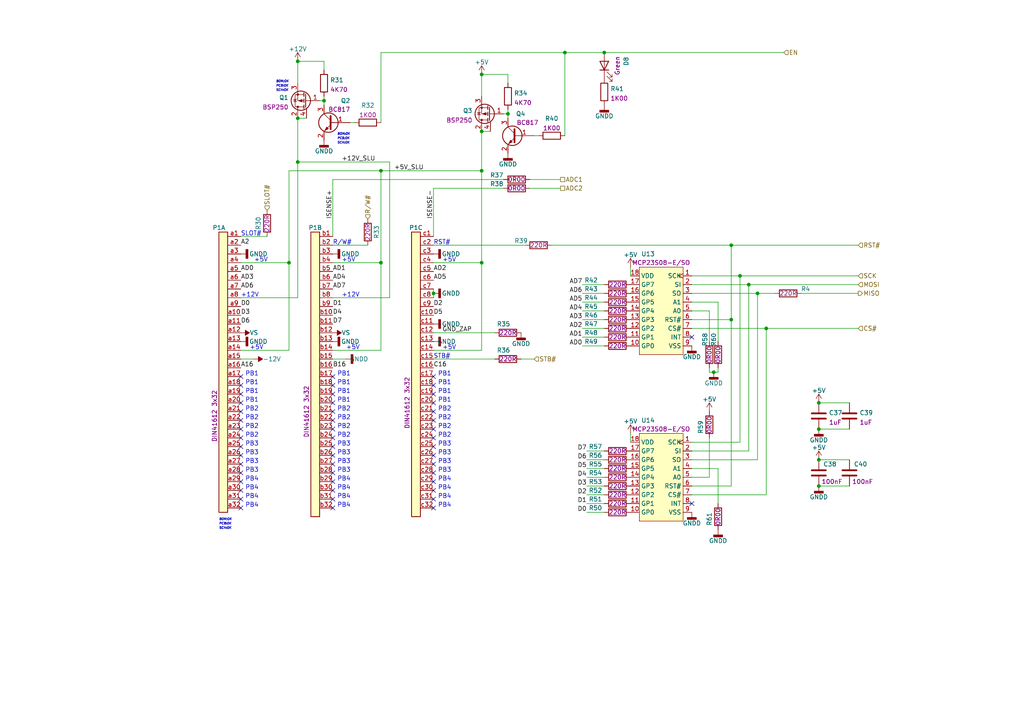
<source format=kicad_sch>
(kicad_sch (version 20211123) (generator eeschema)
  (paper "A4")
  (title_block (date "2022-03-07") (rev "V00") (company "Konvolúció Bt") (comment 1 "email: marrob50hz@gmail.com") (comment 2 "Tel: +36702776723") (comment 3 "https://github.com/marrob") (comment 4 "Support: "))
  (junction (at 110.49 49.53))
  (junction (at 139.7 49.53))
  (junction (at 237.49 124.46))
  (junction (at 139.7 21.59))
  (junction (at 110.49 76.2))
  (junction (at 237.49 116.84))
  (junction (at 237.49 133.35))
  (junction (at 214.63 80.01))
  (junction (at 212.09 71.12))
  (junction (at 86.36 46.99))
  (junction (at 217.17 82.55))
  (junction (at 125.73 85.09))
  (junction (at 86.36 17.78))
  (junction (at 212.09 92.71))
  (junction (at 163.83 15.24))
  (junction (at 175.26 15.24))
  (junction (at 222.25 95.25))
  (junction (at 147.32 33.02))
  (junction (at 86.36 34.29))
  (junction (at 207.01 107.95))
  (junction (at 93.98 29.21))
  (junction (at 139.7 76.2))
  (junction (at 237.49 140.97))
  (junction (at 219.71 85.09))
  (junction (at 139.7 38.1))
  (junction (at 83.82 76.2))
  (no_connect (at 125.73 139.7))
  (no_connect (at 69.85 134.62))
  (no_connect (at 96.52 137.16))
  (no_connect (at 69.85 127))
  (no_connect (at 96.52 129.54))
  (no_connect (at 69.85 137.16))
  (no_connect (at 125.73 144.78))
  (no_connect (at 125.73 147.32))
  (no_connect (at 69.85 124.46))
  (no_connect (at 96.52 139.7))
  (no_connect (at 96.52 142.24))
  (no_connect (at 96.52 144.78))
  (no_connect (at 96.52 147.32))
  (no_connect (at 69.85 139.7))
  (no_connect (at 69.85 142.24))
  (no_connect (at 69.85 144.78))
  (no_connect (at 69.85 147.32))
  (no_connect (at 96.52 119.38))
  (no_connect (at 96.52 127))
  (no_connect (at 125.73 127))
  (no_connect (at 125.73 119.38))
  (no_connect (at 125.73 121.92))
  (no_connect (at 125.73 124.46))
  (no_connect (at 69.85 129.54))
  (no_connect (at 69.85 116.84))
  (no_connect (at 69.85 109.22))
  (no_connect (at 69.85 111.76))
  (no_connect (at 69.85 114.3))
  (no_connect (at 96.52 124.46))
  (no_connect (at 96.52 134.62))
  (no_connect (at 200.66 146.05))
  (no_connect (at 200.66 97.79))
  (no_connect (at 125.73 142.24))
  (no_connect (at 96.52 132.08))
  (no_connect (at 96.52 109.22))
  (no_connect (at 96.52 111.76))
  (no_connect (at 96.52 114.3))
  (no_connect (at 96.52 116.84))
  (no_connect (at 69.85 121.92))
  (no_connect (at 69.85 119.38))
  (no_connect (at 96.52 121.92))
  (no_connect (at 69.85 132.08))
  (no_connect (at 125.73 109.22))
  (no_connect (at 125.73 111.76))
  (no_connect (at 125.73 114.3))
  (no_connect (at 125.73 116.84))
  (no_connect (at 125.73 134.62))
  (no_connect (at 125.73 137.16))
  (no_connect (at 125.73 132.08))
  (no_connect (at 125.73 129.54))
  (wire (pts (xy 222.25 95.25) (xy 248.92 95.25)))
  (wire (pts (xy 219.71 133.35) (xy 219.71 85.09)))
  (wire (pts (xy 222.25 143.51) (xy 222.25 95.25)))
  (wire (pts (xy 139.7 38.1) (xy 142.24 38.1)))
  (wire (pts (xy 170.18 140.97) (xy 175.26 140.97)))
  (wire (pts (xy 162.56 52.07) (xy 153.67 52.07)))
  (wire (pts (xy 96.52 71.12) (xy 106.68 71.12)))
  (wire (pts (xy 154.94 39.37) (xy 156.21 39.37)))
  (wire (pts (xy 139.7 49.53) (xy 139.7 76.2)))
  (wire (pts (xy 69.85 76.2) (xy 83.82 76.2)))
  (wire (pts (xy 200.66 140.97) (xy 212.09 140.97)))
  (wire (pts (xy 217.17 130.81) (xy 217.17 82.55)))
  (wire (pts (xy 212.09 71.12) (xy 212.09 92.71)))
  (wire (pts (xy 110.49 15.24) (xy 163.83 15.24)))
  (wire (pts (xy 86.36 34.29) (xy 86.36 46.99)))
  (wire (pts (xy 96.52 52.07) (xy 146.05 52.07)))
  (wire (pts (xy 208.28 107.95) (xy 208.28 106.68)))
  (wire (pts (xy 200.66 133.35) (xy 219.71 133.35)))
  (wire (pts (xy 125.73 96.52) (xy 143.51 96.52)))
  (wire (pts (xy 96.52 101.6) (xy 110.49 101.6)))
  (wire (pts (xy 207.01 107.95) (xy 205.74 107.95)))
  (wire (pts (xy 168.91 87.63) (xy 175.26 87.63)))
  (wire (pts (xy 168.91 100.33) (xy 175.26 100.33)))
  (wire (pts (xy 96.52 76.2) (xy 110.49 76.2)))
  (wire (pts (xy 168.91 82.55) (xy 175.26 82.55)))
  (wire (pts (xy 237.49 133.35) (xy 246.38 133.35)))
  (wire (pts (xy 113.03 46.99) (xy 86.36 46.99)))
  (wire (pts (xy 147.32 31.75) (xy 147.32 33.02)))
  (wire (pts (xy 147.32 33.02) (xy 147.32 34.29)))
  (wire (pts (xy 214.63 80.01) (xy 248.92 80.01)))
  (wire (pts (xy 101.6 35.56) (xy 102.87 35.56)))
  (wire (pts (xy 93.98 17.78) (xy 93.98 20.32)))
  (wire (pts (xy 147.32 21.59) (xy 147.32 24.13)))
  (wire (pts (xy 205.74 90.17) (xy 205.74 99.06)))
  (wire (pts (xy 205.74 127) (xy 205.74 138.43)))
  (wire (pts (xy 168.91 85.09) (xy 175.26 85.09)))
  (wire (pts (xy 139.7 101.6) (xy 139.7 76.2)))
  (wire (pts (xy 200.66 130.81) (xy 217.17 130.81)))
  (wire (pts (xy 125.73 83.82) (xy 125.73 85.09)))
  (wire (pts (xy 232.41 85.09) (xy 248.92 85.09)))
  (wire (pts (xy 237.49 140.97) (xy 246.38 140.97)))
  (wire (pts (xy 200.66 90.17) (xy 205.74 90.17)))
  (wire (pts (xy 125.73 68.58) (xy 125.73 54.61)))
  (wire (pts (xy 217.17 82.55) (xy 248.92 82.55)))
  (wire (pts (xy 125.73 71.12) (xy 152.4 71.12)))
  (wire (pts (xy 168.91 97.79) (xy 175.26 97.79)))
  (wire (pts (xy 170.18 146.05) (xy 175.26 146.05)))
  (wire (pts (xy 93.98 29.21) (xy 93.98 30.48)))
  (wire (pts (xy 208.28 87.63) (xy 208.28 99.06)))
  (wire (pts (xy 151.13 104.14) (xy 154.94 104.14)))
  (wire (pts (xy 200.66 143.51) (xy 222.25 143.51)))
  (wire (pts (xy 83.82 101.6) (xy 83.82 76.2)))
  (wire (pts (xy 200.66 87.63) (xy 208.28 87.63)))
  (wire (pts (xy 175.26 15.24) (xy 227.33 15.24)))
  (wire (pts (xy 200.66 82.55) (xy 217.17 82.55)))
  (wire (pts (xy 113.03 86.36) (xy 113.03 46.99)))
  (wire (pts (xy 163.83 15.24) (xy 175.26 15.24)))
  (wire (pts (xy 170.18 130.81) (xy 175.26 130.81)))
  (wire (pts (xy 92.71 29.21) (xy 93.98 29.21)))
  (wire (pts (xy 200.66 128.27) (xy 214.63 128.27)))
  (wire (pts (xy 237.49 116.84) (xy 246.38 116.84)))
  (wire (pts (xy 86.36 34.29) (xy 88.9 34.29)))
  (wire (pts (xy 212.09 140.97) (xy 212.09 92.71)))
  (wire (pts (xy 125.73 54.61) (xy 146.05 54.61)))
  (wire (pts (xy 170.18 148.59) (xy 175.26 148.59)))
  (wire (pts (xy 214.63 128.27) (xy 214.63 80.01)))
  (wire (pts (xy 170.18 135.89) (xy 175.26 135.89)))
  (wire (pts (xy 170.18 143.51) (xy 175.26 143.51)))
  (wire (pts (xy 125.73 104.14) (xy 143.51 104.14)))
  (wire (pts (xy 219.71 85.09) (xy 224.79 85.09)))
  (wire (pts (xy 160.02 71.12) (xy 212.09 71.12)))
  (wire (pts (xy 125.73 86.36) (xy 125.73 85.09)))
  (wire (pts (xy 168.91 90.17) (xy 175.26 90.17)))
  (wire (pts (xy 96.52 52.07) (xy 96.52 68.58)))
  (wire (pts (xy 212.09 71.12) (xy 248.92 71.12)))
  (wire (pts (xy 170.18 138.43) (xy 175.26 138.43)))
  (wire (pts (xy 200.66 95.25) (xy 222.25 95.25)))
  (wire (pts (xy 86.36 24.13) (xy 86.36 17.78)))
  (wire (pts (xy 100.33 104.14) (xy 96.52 104.14)))
  (wire (pts (xy 83.82 76.2) (xy 83.82 49.53)))
  (wire (pts (xy 110.49 35.56) (xy 110.49 15.24)))
  (wire (pts (xy 200.66 135.89) (xy 208.28 135.89)))
  (wire (pts (xy 69.85 101.6) (xy 83.82 101.6)))
  (wire (pts (xy 83.82 49.53) (xy 110.49 49.53)))
  (wire (pts (xy 96.52 86.36) (xy 113.03 86.36)))
  (wire (pts (xy 200.66 138.43) (xy 205.74 138.43)))
  (wire (pts (xy 125.73 101.6) (xy 139.7 101.6)))
  (wire (pts (xy 69.85 68.58) (xy 77.47 68.58)))
  (wire (pts (xy 139.7 21.59) (xy 147.32 21.59)))
  (wire (pts (xy 237.49 124.46) (xy 246.38 124.46)))
  (wire (pts (xy 139.7 38.1) (xy 139.7 49.53)))
  (wire (pts (xy 182.88 77.47) (xy 182.88 80.01)))
  (wire (pts (xy 182.88 125.73) (xy 182.88 128.27)))
  (wire (pts (xy 139.7 27.94) (xy 139.7 21.59)))
  (wire (pts (xy 146.05 33.02) (xy 147.32 33.02)))
  (wire (pts (xy 200.66 92.71) (xy 212.09 92.71)))
  (wire (pts (xy 200.66 85.09) (xy 219.71 85.09)))
  (wire (pts (xy 208.28 107.95) (xy 207.01 107.95)))
  (wire (pts (xy 168.91 95.25) (xy 175.26 95.25)))
  (wire (pts (xy 139.7 49.53) (xy 110.49 49.53)))
  (wire (pts (xy 168.91 92.71) (xy 175.26 92.71)))
  (wire (pts (xy 93.98 27.94) (xy 93.98 29.21)))
  (wire (pts (xy 125.73 76.2) (xy 139.7 76.2)))
  (wire (pts (xy 163.83 15.24) (xy 163.83 39.37)))
  (wire (pts (xy 73.66 104.14) (xy 69.85 104.14)))
  (wire (pts (xy 153.67 54.61) (xy 162.56 54.61)))
  (wire (pts (xy 110.49 101.6) (xy 110.49 76.2)))
  (wire (pts (xy 170.18 133.35) (xy 175.26 133.35)))
  (wire (pts (xy 110.49 76.2) (xy 110.49 49.53)))
  (wire (pts (xy 86.36 46.99) (xy 86.36 86.36)))
  (wire (pts (xy 69.85 86.36) (xy 86.36 86.36)))
  (wire (pts (xy 208.28 135.89) (xy 208.28 146.05)))
  (wire (pts (xy 86.36 17.78) (xy 93.98 17.78)))
  (wire (pts (xy 200.66 80.01) (xy 214.63 80.01)))
  (wire (pts (xy 205.74 107.95) (xy 205.74 106.68)))
  (text "PB2" (at 71.12 119.38 0) (effects (font (size 1.27 1.27)) (justify left bottom)))
  (text "PB1" (at 71.12 111.76 0) (effects (font (size 1.27 1.27)) (justify left bottom)))
  (text "PB4" (at 127 139.7 0) (effects (font (size 1.27 1.27)) (justify left bottom)))
  (text "PB1" (at 127 109.22 0) (effects (font (size 1.27 1.27)) (justify left bottom)))
  (text "SCH:OK" (at 63.5 153.67 0) (effects (font (size 0.635 0.635) italic) (justify left bottom)))
  (text "+12V" (at 99.06 86.36 0) (effects (font (size 1.27 1.27)) (justify left bottom)))
  (text "PB2" (at 127 124.46 0) (effects (font (size 1.27 1.27)) (justify left bottom)))
  (text "PB1" (at 97.79 111.76 0) (effects (font (size 1.27 1.27)) (justify left bottom)))
  (text "+5V" (at 73.66 76.2 0) (effects (font (size 1.27 1.27)) (justify left bottom)))
  (text "PB3" (at 127 134.62 0) (effects (font (size 1.27 1.27)) (justify left bottom)))
  (text "PB1" (at 71.12 109.22 0) (effects (font (size 1.27 1.27)) (justify left bottom)))
  (text "PB4" (at 127 147.32 0) (effects (font (size 1.27 1.27)) (justify left bottom)))
  (text "PB3" (at 127 129.54 0) (effects (font (size 1.27 1.27)) (justify left bottom)))
  (text "PB3" (at 97.79 129.54 0) (effects (font (size 1.27 1.27)) (justify left bottom)))
  (text "PB4" (at 97.79 139.7 0) (effects (font (size 1.27 1.27)) (justify left bottom)))
  (text "RST#" (at 125.73 71.12 0) (effects (font (size 1.27 1.27)) (justify left bottom)))
  (text "PB4" (at 127 142.24 0) (effects (font (size 1.27 1.27)) (justify left bottom)))
  (text "PB2" (at 97.79 119.38 0) (effects (font (size 1.27 1.27)) (justify left bottom)))
  (text "PB4" (at 97.79 142.24 0) (effects (font (size 1.27 1.27)) (justify left bottom)))
  (text "BOM:OK" (at 63.5 151.13 0) (effects (font (size 0.635 0.635) italic) (justify left bottom)))
  (text "PB2" (at 127 121.92 0) (effects (font (size 1.27 1.27)) (justify left bottom)))
  (text "PB1" (at 71.12 116.84 0) (effects (font (size 1.27 1.27)) (justify left bottom)))
  (text "PB3" (at 71.12 132.08 0) (effects (font (size 1.27 1.27)) (justify left bottom)))
  (text "PB4" (at 71.12 142.24 0) (effects (font (size 1.27 1.27)) (justify left bottom)))
  (text "BOM:OK" (at 97.79 39.37 0) (effects (font (size 0.635 0.635) italic) (justify left bottom)))
  (text "PB2" (at 97.79 121.92 0) (effects (font (size 1.27 1.27)) (justify left bottom)))
  (text "+5V" (at 128.27 76.2 0) (effects (font (size 1.27 1.27)) (justify left bottom)))
  (text "PB2" (at 127 119.38 0) (effects (font (size 1.27 1.27)) (justify left bottom)))
  (text "+5V" (at 128.27 101.6 0) (effects (font (size 1.27 1.27)) (justify left bottom)))
  (text "PCB:OK" (at 97.79 40.64 0) (effects (font (size 0.635 0.635) italic) (justify left bottom)))
  (text "PB4" (at 97.79 144.78 0) (effects (font (size 1.27 1.27)) (justify left bottom)))
  (text "PB4" (at 97.79 147.32 0) (effects (font (size 1.27 1.27)) (justify left bottom)))
  (text "PB3" (at 97.79 137.16 0) (effects (font (size 1.27 1.27)) (justify left bottom)))
  (text "SCH:OK" (at 80.01 26.67 0) (effects (font (size 0.635 0.635) italic) (justify left bottom)))
  (text "PB3" (at 127 137.16 0) (effects (font (size 1.27 1.27)) (justify left bottom)))
  (text "PCB:OK" (at 63.5 152.4 0) (effects (font (size 0.635 0.635) italic) (justify left bottom)))
  (text "PB4" (at 71.12 139.7 0) (effects (font (size 1.27 1.27)) (justify left bottom)))
  (text "PB2" (at 97.79 127 0) (effects (font (size 1.27 1.27)) (justify left bottom)))
  (text "SCH:OK" (at 97.79 41.91 0) (effects (font (size 0.635 0.635) italic) (justify left bottom)))
  (text "+5V" (at 99.06 76.2 0) (effects (font (size 1.27 1.27)) (justify left bottom)))
  (text "+12V" (at 69.85 86.36 0) (effects (font (size 1.27 1.27)) (justify left bottom)))
  (text "PB3" (at 127 132.08 0) (effects (font (size 1.27 1.27)) (justify left bottom)))
  (text "PCB:OK" (at 80.01 25.4 0) (effects (font (size 0.635 0.635) italic) (justify left bottom)))
  (text "PB4" (at 127 144.78 0) (effects (font (size 1.27 1.27)) (justify left bottom)))
  (text "PB1" (at 127 116.84 0) (effects (font (size 1.27 1.27)) (justify left bottom)))
  (text "PB1" (at 127 114.3 0) (effects (font (size 1.27 1.27)) (justify left bottom)))
  (text "PB2" (at 97.79 124.46 0) (effects (font (size 1.27 1.27)) (justify left bottom)))
  (text "PB3" (at 97.79 132.08 0) (effects (font (size 1.27 1.27)) (justify left bottom)))
  (text "PB1" (at 97.79 116.84 0) (effects (font (size 1.27 1.27)) (justify left bottom)))
  (text "R/W#" (at 96.52 71.12 0) (effects (font (size 1.27 1.27)) (justify left bottom)))
  (text "+5V" (at 100.33 101.6 0) (effects (font (size 1.27 1.27)) (justify left bottom)))
  (text "PB4" (at 71.12 144.78 0) (effects (font (size 1.27 1.27)) (justify left bottom)))
  (text "PB1" (at 127 111.76 0) (effects (font (size 1.27 1.27)) (justify left bottom)))
  (text "PB3" (at 97.79 134.62 0) (effects (font (size 1.27 1.27)) (justify left bottom)))
  (text "PB2" (at 127 127 0) (effects (font (size 1.27 1.27)) (justify left bottom)))
  (text "PB1" (at 97.79 109.22 0) (effects (font (size 1.27 1.27)) (justify left bottom)))
  (text "PB1" (at 71.12 114.3 0) (effects (font (size 1.27 1.27)) (justify left bottom)))
  (text "+5V" (at 72.39 101.6 0) (effects (font (size 1.27 1.27)) (justify left bottom)))
  (text "SLOT#" (at 69.85 68.58 0) (effects (font (size 1.27 1.27)) (justify left bottom)))
  (text "PB2" (at 71.12 121.92 0) (effects (font (size 1.27 1.27)) (justify left bottom)))
  (text "PB2" (at 71.12 127 0) (effects (font (size 1.27 1.27)) (justify left bottom)))
  (text "PB3" (at 71.12 129.54 0) (effects (font (size 1.27 1.27)) (justify left bottom)))
  (text "PB1" (at 97.79 114.3 0) (effects (font (size 1.27 1.27)) (justify left bottom)))
  (text "STB#" (at 125.73 104.14 0) (effects (font (size 1.27 1.27)) (justify left bottom)))
  (text "PB2" (at 71.12 124.46 0) (effects (font (size 1.27 1.27)) (justify left bottom)))
  (text "PB3" (at 71.12 134.62 0) (effects (font (size 1.27 1.27)) (justify left bottom)))
  (text "BOM:OK" (at 80.01 24.13 0) (effects (font (size 0.635 0.635) italic) (justify left bottom)))
  (text "PB3" (at 71.12 137.16 0) (effects (font (size 1.27 1.27)) (justify left bottom)))
  (text "PB4" (at 71.12 147.32 0) (effects (font (size 1.27 1.27)) (justify left bottom)))
  (label "D7" (at 170.18 130.81 180))
  (label "D6" (at 170.18 133.35 180))
  (label "D4" (at 96.52 91.44 0))
  (label "D3" (at 69.85 91.44 0))
  (label "D1" (at 96.52 88.9 0))
  (label "D4" (at 170.18 138.43 180))
  (label "D2" (at 170.18 143.51 180))
  (label "AD3" (at 69.85 81.28 0))
  (label "GND_ZAP" (at 128.27 96.52 0))
  (label "C16" (at 125.73 106.68 0))
  (label "D6" (at 69.85 93.98 0))
  (label "AD3" (at 168.91 92.71 180))
  (label "ISENSE-" (at 125.73 63.5 90))
  (label "AD2" (at 125.73 78.74 0))
  (label "AD6" (at 69.85 83.82 0))
  (label "+5V_SLU" (at 114.3 49.53 0))
  (label "AD7" (at 96.52 83.82 0))
  (label "D5" (at 125.73 91.44 0))
  (label "+12V_SLU" (at 99.06 46.99 0))
  (label "A2" (at 69.85 71.12 0))
  (label "AD6" (at 168.91 85.09 180))
  (label "AD4" (at 168.91 90.17 180))
  (label "AD5" (at 125.73 81.28 0))
  (label "AD1" (at 96.52 78.74 0))
  (label "D0" (at 170.18 148.59 180))
  (label "AD2" (at 168.91 95.25 180))
  (label "D0" (at 69.85 88.9 0))
  (label "A16" (at 69.85 106.68 0))
  (label "AD0" (at 69.85 78.74 0))
  (label "ISENSE+" (at 96.52 63.5 90))
  (label "D2" (at 125.73 88.9 0))
  (label "AD4" (at 96.52 81.28 0))
  (label "D3" (at 170.18 140.97 180))
  (label "AD0" (at 168.91 100.33 180))
  (label "AD7" (at 168.91 82.55 180))
  (label "D1" (at 170.18 146.05 180))
  (label "B16" (at 96.52 106.68 0))
  (label "D7" (at 96.52 93.98 0))
  (label "AD1" (at 168.91 97.79 180))
  (label "AD5" (at 168.91 87.63 180))
  (label "D5" (at 170.18 135.89 180))
  (hierarchical_label "MISO" (shape output) (at 248.92 85.09 0))
  (hierarchical_label "STB#" (shape input) (at 154.94 104.14 0))
  (hierarchical_label "RST#" (shape input) (at 248.92 71.12 0))
  (hierarchical_label "R{slash}W#" (shape input) (at 106.68 63.5 90))
  (hierarchical_label "SLOT#" (shape input) (at 77.47 60.96 90))
  (hierarchical_label "EN" (shape input) (at 227.33 15.24 0))
  (hierarchical_label "MOSI" (shape input) (at 248.92 82.55 0))
  (hierarchical_label "SCK" (shape input) (at 248.92 80.01 0))
  (hierarchical_label "ADC1" (shape passive) (at 162.56 52.07 0))
  (hierarchical_label "CS#" (shape input) (at 248.92 95.25 0))
  (hierarchical_label "ADC2" (shape passive) (at 162.56 54.61 0))
  (symbol (lib_id "CustomPowers:GNDD") (at 200.66 100.33 0) (unit 1)
    (property "Reference" "#PWR0120" (effects hide))
    (property "Value" "GNDD" (at 200.66 103.505 0))
  )
  (symbol (lib_id "Transistors:BSP250") (at 142.24 33.02 180) (unit 1)
    (property "Reference" "Q3" (at 137.0331 32.1115 0) (effects (justify left)))
    (property "Value" "BSP250" (effects hide))
    (property "Footprint" "Semiconductor:SOT-223" (effects hide))
    (property "Datasheet" "${KNV_DATASHEET}\\BSP250.pdf" (effects hide))
    (property "Comment" "BSP250" (at 137.0331 34.8866 0) (effects (justify left)))
    (property "Manufacturer" "Philips" (effects hide))
    (property "ManufacturerPartNo" "BSP250.115" (effects hide))
    (property "Supplier" "TME-BSP250; LOM-86-04-95; FAR-1758086" (effects hide))
  )
  (symbol (lib_id "Passive:Resistor 0805 1K00") (at 106.68 35.56 270) (unit 1)
    (property "Reference" "R32" (at 106.68 30.5775 90))
    (property "Value" "Resistor 0805 1K00" (effects hide))
    (property "Footprint" "Passive:R0805" (effects hide))
    (property "Comment" "1K00" (at 106.68 33.3526 90))
    (property "Manufacturer" "VIKING" (effects hide))
    (property "ManufacturerPartNo" "RC0805FR-101KL;" (effects hide))
    (property "Supplier" "LOM-80-52-91;" (effects hide))
  )
  (symbol (lib_id "Passive:Resistor 0805 1K00") (at 160.02 39.37 270) (unit 1)
    (property "Reference" "R40" (at 160.02 34.3875 90))
    (property "Value" "Resistor 0805 1K00" (effects hide))
    (property "Footprint" "Passive:R0805" (effects hide))
    (property "Comment" "1K00" (at 160.02 37.1626 90))
    (property "Manufacturer" "VIKING" (effects hide))
    (property "ManufacturerPartNo" "RC0805FR-101KL;" (effects hide))
    (property "Supplier" "LOM-80-52-91;" (effects hide))
  )
  (symbol (lib_id "Passive:Resistor 0805 0R00") (at 208.28 149.86 180) (unit 1)
    (property "Reference" "R61" (at 205.74 148.59 90) (effects (justify left)))
    (property "Value" "Resistor 0805 0R00" (effects hide))
    (property "Footprint" "Passive:R0805" (effects hide))
    (property "Comment" "0R00" (at 208.28 147.32 90) (effects (justify left)))
    (property "Manufacturer" "VIKING" (effects hide))
    (property "ManufacturerPartNo" "CR-05JL7----0R 0.125W" (effects hide))
    (property "Supplier" "LOM-81-10-02;" (effects hide))
  )
  (symbol (lib_id "CustomPowers:+5V") (at 205.74 119.38 0) (unit 1)
    (property "Reference" "#PWR0122" (effects hide))
    (property "Value" "+5V" (at 205.74 115.824 0))
  )
  (symbol (lib_id "Passive:Capacitator 0805 100nF 50V 10% X7R") (at 246.38 137.16 0) (unit 1)
    (property "Reference" "C40" (at 247.65 134.62 0) (effects (justify left)))
    (property "Value" "Capacitator 0805 100nF 50V 10% X7R" (effects hide))
    (property "Footprint" "Passive:C0805" (effects hide))
    (property "Comment" "100nF" (at 250.19 139.7 0))
    (property "Manufacturer" "YAGEO" (effects hide))
    (property "ManufacturerPartNo" "CC0805KRX7R9BB104" (effects hide))
    (property "Supplier" "FAR-3019949;LOM-82-01-25" (effects hide))
  )
  (symbol (lib_id "Passive:Resistor 0805 220R") (at 179.07 140.97 90) (unit 1)
    (property "Reference" "R53" (at 172.72 139.7 90))
    (property "Value" "Resistor 0805 220R" (effects hide))
    (property "Footprint" "Passive:R0805" (effects hide))
    (property "Comment" "220R" (at 179.07 140.97 90))
    (property "Manufacturer" "Viking Tech Corp." (effects hide))
    (property "ManufacturerPartNo" "CR-05FL7--220R 0.125W " (effects hide))
    (property "Supplier" "LOM-80-10-78;" (effects hide))
  )
  (symbol (lib_id "Interfaces:MCP23S08-E{slash}SO") (at 193.04 138.43 0) (mirror y) (unit 1)
    (property "Reference" "U14" (at 187.96 121.92 0))
    (property "Value" "MCP23S08-E/SO" (effects hide))
    (property "Footprint" "Semiconductor:SOIC-18W" (effects hide))
    (property "Datasheet" "${KNV_DATASHEET}\\MCP23S08.pdf" (effects hide))
    (property "Manufacturer" "Microchip" (effects hide))
    (property "ManufacturerPartNo" "MCP23S08-E/SO" (effects hide))
    (property "Supplier" "CHP-MCP23S08-E/SO;TME-MCP23S08-E/SO;FAR-1332092;" (effects hide))
    (property "Comment" "MCP23S08-E/SO" (at 191.77 124.46 0))
  )
  (symbol (lib_id "CustomPowers:+5V") (at 182.88 77.47 0) (unit 1)
    (property "Reference" "#PWR0118" (effects hide))
    (property "Value" "+5V" (at 182.88 73.914 0))
  )
  (symbol (lib_id "Passive:Resistor 0805 220R") (at 147.32 96.52 90) (unit 1)
    (property "Reference" "R35" (at 146.05 93.98 90))
    (property "Value" "Resistor 0805 220R" (effects hide))
    (property "Footprint" "Passive:R0805" (effects hide))
    (property "Comment" "220R" (at 147.32 96.52 90))
    (property "Manufacturer" "Viking Tech Corp." (effects hide))
    (property "ManufacturerPartNo" "CR-05FL7--220R 0.125W " (effects hide))
    (property "Supplier" "LOM-80-10-78;" (effects hide))
  )
  (symbol (lib_id "Passive:Resistor 0805 220R") (at 106.68 67.31 180) (unit 1)
    (property "Reference" "R33" (at 109.22 67.31 90))
    (property "Value" "Resistor 0805 220R" (effects hide))
    (property "Footprint" "Passive:R0805" (effects hide))
    (property "Comment" "220R" (at 106.68 67.31 90))
    (property "Manufacturer" "Viking Tech Corp." (effects hide))
    (property "ManufacturerPartNo" "CR-05FL7--220R 0.125W " (effects hide))
    (property "Supplier" "LOM-80-10-78;" (effects hide))
  )
  (symbol (lib_id "Passive:Resistor 0805 220R") (at 179.07 135.89 90) (unit 1)
    (property "Reference" "R55" (at 172.72 134.62 90))
    (property "Value" "Resistor 0805 220R" (effects hide))
    (property "Footprint" "Passive:R0805" (effects hide))
    (property "Comment" "220R" (at 179.07 135.89 90))
    (property "Manufacturer" "Viking Tech Corp." (effects hide))
    (property "ManufacturerPartNo" "CR-05FL7--220R 0.125W " (effects hide))
    (property "Supplier" "LOM-80-10-78;" (effects hide))
  )
  (symbol (lib_id "power:VS") (at 96.52 96.52 270) (unit 1)
    (property "Reference" "#PWR0107" (effects hide))
    (property "Value" "VS" (at 99.06 96.52 90) (effects (justify left)))
  )
  (symbol (lib_id "CustomPowers:+12V") (at 86.36 17.78 0) (unit 1)
    (property "Reference" "#PWR0104" (effects hide))
    (property "Value" "+12V" (at 86.36 14.224 0))
  )
  (symbol (lib_id "Passive:Resistor 0805 220R") (at 228.6 85.09 90) (unit 1)
    (property "Reference" "R4" (at 233.68 83.82 90))
    (property "Value" "Resistor 0805 220R" (effects hide))
    (property "Footprint" "Passive:R0805" (effects hide))
    (property "Comment" "220R" (at 228.6 85.09 90))
    (property "Manufacturer" "Viking Tech Corp." (effects hide))
    (property "ManufacturerPartNo" "CR-05FL7--220R 0.125W " (effects hide))
    (property "Supplier" "LOM-80-10-78;" (effects hide))
  )
  (symbol (lib_id "Connectors:HARTING 09732966801") (at 91.44 106.68 0) (mirror y) (unit 2)
    (property "Reference" "P1" (at 91.44 66.04 0))
    (property "Value" "HARTING 09732966801" (effects hide))
    (property "Footprint" "Connectors:HARTING 09732966801" (effects hide))
    (property "Datasheet" "${KNV_DATASHEET}\\HARTING 09732966801.pdf" (effects hide))
    (property "Comment" "DIN41612 3x32" (at 88.9 119.38 90))
    (property "Manufacturer" "HARTING;" (effects hide))
    (property "ManufacturerPartNo" "09732966801" (effects hide))
    (property "Supplier" "TME-09732966801; FAR-1096942; RSC-470-443;" (effects hide))
  )
  (symbol (lib_id "Passive:Resistor 0805 220R") (at 179.07 87.63 90) (unit 1)
    (property "Reference" "R44" (at 171.45 86.36 90))
    (property "Value" "Resistor 0805 220R" (effects hide))
    (property "Footprint" "Passive:R0805" (effects hide))
    (property "Comment" "220R" (at 179.07 87.63 90))
    (property "Manufacturer" "Viking Tech Corp." (effects hide))
    (property "ManufacturerPartNo" "CR-05FL7--220R 0.125W " (effects hide))
    (property "Supplier" "LOM-80-10-78;" (effects hide))
  )
  (symbol (lib_id "Passive:Resistor 0805 220R") (at 147.32 104.14 90) (unit 1)
    (property "Reference" "R36" (at 146.05 101.6 90))
    (property "Value" "Resistor 0805 220R" (effects hide))
    (property "Footprint" "Passive:R0805" (effects hide))
    (property "Comment" "220R" (at 147.32 104.14 90))
    (property "Manufacturer" "Viking Tech Corp." (effects hide))
    (property "ManufacturerPartNo" "CR-05FL7--220R 0.125W " (effects hide))
    (property "Supplier" "LOM-80-10-78;" (effects hide))
  )
  (symbol (lib_id "CustomPowers:GNDD") (at 69.85 99.06 90) (unit 1)
    (property "Reference" "#PWR0102" (effects hide))
    (property "Value" "GNDD" (at 74.93 99.06 90))
  )
  (symbol (lib_id "LED:0805 Green") (at 175.26 19.05 90) (unit 1)
    (property "Reference" "D8" (at 181.61 17.78 0))
    (property "Value" "0805 Green" (effects hide))
    (property "Footprint" "Passive:LED0805 GRE" (effects hide))
    (property "Comment" "Green" (at 179.07 19.05 0))
    (property "Manufacturer" "KINGBRIGHT;Hongli Tronic;" (effects hide))
    (property "ManufacturerPartNo" "KP-2010SGC" (effects hide))
    (property "Supplier" "TME-KP-2012SGC;FAR-2099239;LOM-95-01-09;LOM-95-04-06;" (effects hide))
  )
  (symbol (lib_id "CustomPowers:GNDD") (at 200.66 148.59 0) (unit 1)
    (property "Reference" "#PWR0121" (effects hide))
    (property "Value" "GNDD" (at 200.66 151.765 0))
  )
  (symbol (lib_id "Passive:Resistor 0805 220R") (at 179.07 82.55 90) (unit 1)
    (property "Reference" "R42" (at 171.45 81.28 90))
    (property "Value" "Resistor 0805 220R" (effects hide))
    (property "Footprint" "Passive:R0805" (effects hide))
    (property "Comment" "220R" (at 179.07 82.55 90))
    (property "Manufacturer" "Viking Tech Corp." (effects hide))
    (property "ManufacturerPartNo" "CR-05FL7--220R 0.125W " (effects hide))
    (property "Supplier" "LOM-80-10-78;" (effects hide))
  )
  (symbol (lib_id "Transistors:BSP250") (at 88.9 29.21 180) (unit 1)
    (property "Reference" "Q1" (at 83.6931 28.3015 0) (effects (justify left)))
    (property "Value" "BSP250" (effects hide))
    (property "Footprint" "Semiconductor:SOT-223" (effects hide))
    (property "Datasheet" "${KNV_DATASHEET}\\BSP250.pdf" (effects hide))
    (property "Comment" "BSP250" (at 83.6931 31.0766 0) (effects (justify left)))
    (property "Manufacturer" "Philips" (effects hide))
    (property "ManufacturerPartNo" "BSP250.115" (effects hide))
    (property "Supplier" "TME-BSP250; LOM-86-04-95; FAR-1758086" (effects hide))
  )
  (symbol (lib_id "CustomPowers:GNDD") (at 125.73 93.98 90) (unit 1)
    (property "Reference" "#PWR0112" (effects hide))
    (property "Value" "GNDD" (at 130.81 93.98 90))
  )
  (symbol (lib_id "CustomPowers:GNDD") (at 96.52 99.06 90) (unit 1)
    (property "Reference" "#PWR0108" (effects hide))
    (property "Value" "GNDD" (at 101.6 99.06 90))
  )
  (symbol (lib_id "CustomPowers:GNDD") (at 237.49 140.97 0) (unit 1)
    (property "Reference" "#PWR0128" (effects hide))
    (property "Value" "GNDD" (at 237.49 144.145 0))
  )
  (symbol (lib_id "Connectors:HARTING 09732966801") (at 120.65 106.68 0) (mirror y) (unit 3)
    (property "Reference" "P1" (at 120.65 66.04 0))
    (property "Value" "HARTING 09732966801" (effects hide))
    (property "Footprint" "Connectors:HARTING 09732966801" (effects hide))
    (property "Datasheet" "${KNV_DATASHEET}\\HARTING 09732966801.pdf" (effects hide))
    (property "Comment" "DIN41612 3x32" (at 118.11 116.84 90))
    (property "Manufacturer" "HARTING;" (effects hide))
    (property "ManufacturerPartNo" "09732966801" (effects hide))
    (property "Supplier" "TME-09732966801; FAR-1096942; RSC-470-443;" (effects hide))
  )
  (symbol (lib_id "Interfaces:MCP23S08-E{slash}SO") (at 193.04 90.17 0) (mirror y) (unit 1)
    (property "Reference" "U13" (at 187.96 73.66 0))
    (property "Value" "MCP23S08-E/SO" (effects hide))
    (property "Footprint" "Semiconductor:SOIC-18W" (effects hide))
    (property "Datasheet" "${KNV_DATASHEET}\\MCP23S08.pdf" (effects hide))
    (property "Manufacturer" "Microchip" (effects hide))
    (property "ManufacturerPartNo" "MCP23S08-E/SO" (effects hide))
    (property "Supplier" "CHP-MCP23S08-E/SO;TME-MCP23S08-E/SO;FAR-1332092;" (effects hide))
    (property "Comment" "MCP23S08-E/SO" (at 191.77 76.2 0))
  )
  (symbol (lib_id "Passive:Resistor 0805 0R00") (at 208.28 102.87 180) (unit 1)
    (property "Reference" "R60" (at 207.01 96.52 90) (effects (justify left)))
    (property "Value" "Resistor 0805 0R00" (effects hide))
    (property "Footprint" "Passive:R0805" (effects hide))
    (property "Comment" "0R00" (at 208.28 100.33 90) (effects (justify left)))
    (property "Manufacturer" "VIKING" (effects hide))
    (property "ManufacturerPartNo" "CR-05JL7----0R 0.125W" (effects hide))
    (property "Supplier" "LOM-81-10-02;" (effects hide))
  )
  (symbol (lib_id "CustomPowers:GNDD") (at 175.26 30.48 0) (unit 1)
    (property "Reference" "#PWR0117" (effects hide))
    (property "Value" "GNDD" (at 175.26 33.655 0))
  )
  (symbol (lib_id "Passive:Capacitator 0805 100nF 50V 10% X7R") (at 237.49 137.16 0) (unit 1)
    (property "Reference" "C38" (at 238.76 134.62 0) (effects (justify left)))
    (property "Value" "Capacitator 0805 100nF 50V 10% X7R" (effects hide))
    (property "Footprint" "Passive:C0805" (effects hide))
    (property "Comment" "100nF" (at 241.3 139.7 0))
    (property "Manufacturer" "YAGEO" (effects hide))
    (property "ManufacturerPartNo" "CC0805KRX7R9BB104" (effects hide))
    (property "Supplier" "FAR-3019949;LOM-82-01-25" (effects hide))
  )
  (symbol (lib_id "Passive:Resistor 0805 220R") (at 179.07 133.35 90) (unit 1)
    (property "Reference" "R56" (at 172.72 132.08 90))
    (property "Value" "Resistor 0805 220R" (effects hide))
    (property "Footprint" "Passive:R0805" (effects hide))
    (property "Comment" "220R" (at 179.07 133.35 90))
    (property "Manufacturer" "Viking Tech Corp." (effects hide))
    (property "ManufacturerPartNo" "CR-05FL7--220R 0.125W " (effects hide))
    (property "Supplier" "LOM-80-10-78;" (effects hide))
  )
  (symbol (lib_id "Passive:Resistor 0805 220R") (at 179.07 148.59 90) (unit 1)
    (property "Reference" "R50" (at 172.72 147.32 90))
    (property "Value" "Resistor 0805 220R" (effects hide))
    (property "Footprint" "Passive:R0805" (effects hide))
    (property "Comment" "220R" (at 179.07 148.59 90))
    (property "Manufacturer" "Viking Tech Corp." (effects hide))
    (property "ManufacturerPartNo" "CR-05FL7--220R 0.125W " (effects hide))
    (property "Supplier" "LOM-80-10-78;" (effects hide))
  )
  (symbol (lib_id "CustomPowers:GNDD") (at 147.32 44.45 0) (unit 1)
    (property "Reference" "#PWR0115" (effects hide))
    (property "Value" "GNDD" (at 147.32 47.625 0))
  )
  (symbol (lib_id "Passive:Resistor 0805 220R") (at 179.07 90.17 90) (unit 1)
    (property "Reference" "R45" (at 171.45 88.9 90))
    (property "Value" "Resistor 0805 220R" (effects hide))
    (property "Footprint" "Passive:R0805" (effects hide))
    (property "Comment" "220R" (at 179.07 90.17 90))
    (property "Manufacturer" "Viking Tech Corp." (effects hide))
    (property "ManufacturerPartNo" "CR-05FL7--220R 0.125W " (effects hide))
    (property "Supplier" "LOM-80-10-78;" (effects hide))
  )
  (symbol (lib_id "CustomPowers:+5V") (at 182.88 125.73 0) (unit 1)
    (property "Reference" "#PWR0119" (effects hide))
    (property "Value" "+5V" (at 182.88 122.174 0))
  )
  (symbol (lib_id "Passive:Resistor 0805 220R") (at 179.07 143.51 90) (unit 1)
    (property "Reference" "R52" (at 172.72 142.24 90))
    (property "Value" "Resistor 0805 220R" (effects hide))
    (property "Footprint" "Passive:R0805" (effects hide))
    (property "Comment" "220R" (at 179.07 143.51 90))
    (property "Manufacturer" "Viking Tech Corp." (effects hide))
    (property "ManufacturerPartNo" "CR-05FL7--220R 0.125W " (effects hide))
    (property "Supplier" "LOM-80-10-78;" (effects hide))
  )
  (symbol (lib_id "Transistors:BC817") (at 96.52 35.56 0) (mirror y) (unit 1)
    (property "Reference" "Q2" (at 101.6 29.21 0) (effects (justify left)))
    (property "Value" "BC817" (effects hide))
    (property "Footprint" "Semiconductor:SOT-23" (effects hide))
    (property "Datasheet" "${KNV_DATASHEET}\\BC817.pdf" (effects hide))
    (property "Comment" "BC817" (at 101.6 31.75 0) (effects (justify left)))
    (property "Manufacturer" "ON Semiconductor" (effects hide))
    (property "ManufacturerPartNo" "BC817-25LT1G" (effects hide))
    (property "Supplier" "LOM-86-01-90;FAR-1130682;RSC-748-4997;TME-BC817-25LT1G" (effects hide))
  )
  (symbol (lib_id "Passive:Resistor 0805 4K70") (at 147.32 27.94 0) (unit 1)
    (property "Reference" "R34" (at 149.098 27.0315 0) (effects (justify left)))
    (property "Value" "Resistor 0805 4K70" (effects hide))
    (property "Footprint" "Passive:R0805" (effects hide))
    (property "Comment" "4K70" (at 149.098 29.8066 0) (effects (justify left)))
    (property "Manufacturer" "VIKING" (effects hide))
    (property "ManufacturerPartNo" "CR-05FL7---4K7 0.125W" (effects hide))
    (property "Supplier" "LOM-80-10-94" (effects hide))
  )
  (symbol (lib_id "Passive:Resistor 0805 220R") (at 77.47 64.77 180) (unit 1)
    (property "Reference" "R30" (at 74.93 64.77 90))
    (property "Value" "Resistor 0805 220R" (effects hide))
    (property "Footprint" "Passive:R0805" (effects hide))
    (property "Comment" "220R" (at 77.47 64.77 90))
    (property "Manufacturer" "Viking Tech Corp." (effects hide))
    (property "ManufacturerPartNo" "CR-05FL7--220R 0.125W " (effects hide))
    (property "Supplier" "LOM-80-10-78;" (effects hide))
  )
  (symbol (lib_id "Passive:Resistor 0805 0R00") (at 205.74 123.19 180) (unit 1)
    (property "Reference" "R59" (at 203.2 121.92 90) (effects (justify left)))
    (property "Value" "Resistor 0805 0R00" (effects hide))
    (property "Footprint" "Passive:R0805" (effects hide))
    (property "Comment" "0R00" (at 205.74 120.65 90) (effects (justify left)))
    (property "Manufacturer" "VIKING" (effects hide))
    (property "ManufacturerPartNo" "CR-05JL7----0R 0.125W" (effects hide))
    (property "Supplier" "LOM-81-10-02;" (effects hide))
  )
  (symbol (lib_id "Passive:Resistor 0805 220R") (at 179.07 85.09 90) (unit 1)
    (property "Reference" "R43" (at 171.45 83.82 90))
    (property "Value" "Resistor 0805 220R" (effects hide))
    (property "Footprint" "Passive:R0805" (effects hide))
    (property "Comment" "220R" (at 179.07 85.09 90))
    (property "Manufacturer" "Viking Tech Corp." (effects hide))
    (property "ManufacturerPartNo" "CR-05FL7--220R 0.125W " (effects hide))
    (property "Supplier" "LOM-80-10-78;" (effects hide))
  )
  (symbol (lib_id "Passive:Resistor 0805 4K70") (at 93.98 24.13 0) (unit 1)
    (property "Reference" "R31" (at 95.758 23.2215 0) (effects (justify left)))
    (property "Value" "Resistor 0805 4K70" (effects hide))
    (property "Footprint" "Passive:R0805" (effects hide))
    (property "Comment" "4K70" (at 95.758 25.9966 0) (effects (justify left)))
    (property "Manufacturer" "VIKING" (effects hide))
    (property "ManufacturerPartNo" "CR-05FL7---4K7 0.125W" (effects hide))
    (property "Supplier" "LOM-80-10-94" (effects hide))
  )
  (symbol (lib_id "CustomPowers:+5V") (at 237.49 133.35 0) (unit 1)
    (property "Reference" "#PWR0127" (effects hide))
    (property "Value" "+5V" (at 237.49 129.794 0))
  )
  (symbol (lib_id "CustomPowers:GNDD") (at 237.49 124.46 0) (unit 1)
    (property "Reference" "#PWR0126" (effects hide))
    (property "Value" "GNDD" (at 237.49 127.635 0))
  )
  (symbol (lib_id "Passive:Resistor 0805 220R") (at 179.07 130.81 90) (unit 1)
    (property "Reference" "R57" (at 172.72 129.54 90))
    (property "Value" "Resistor 0805 220R" (effects hide))
    (property "Footprint" "Passive:R0805" (effects hide))
    (property "Comment" "220R" (at 179.07 130.81 90))
    (property "Manufacturer" "Viking Tech Corp." (effects hide))
    (property "ManufacturerPartNo" "CR-05FL7--220R 0.125W " (effects hide))
    (property "Supplier" "LOM-80-10-78;" (effects hide))
  )
  (symbol (lib_id "CustomPowers:GNDD") (at 125.73 85.09 90) (unit 1)
    (property "Reference" "#PWR0111" (effects hide))
    (property "Value" "GNDD" (at 130.81 85.09 90))
  )
  (symbol (lib_id "Passive:Resistor 0805 1K00") (at 175.26 26.67 0) (unit 1)
    (property "Reference" "R41" (at 177.038 25.7615 0) (effects (justify left)))
    (property "Value" "Resistor 0805 1K00" (effects hide))
    (property "Footprint" "Passive:R0805" (effects hide))
    (property "Comment" "1K00" (at 177.038 28.5366 0) (effects (justify left)))
    (property "Manufacturer" "VIKING" (effects hide))
    (property "ManufacturerPartNo" "RC0805FR-101KL;" (effects hide))
    (property "Supplier" "LOM-80-52-91;" (effects hide))
  )
  (symbol (lib_id "CustomPowers:GNDD") (at 100.33 104.14 90) (unit 1)
    (property "Reference" "#PWR0109" (effects hide))
    (property "Value" "GNDD" (at 104.14 104.14 90))
  )
  (symbol (lib_id "Connectors:HARTING 09732966801") (at 64.77 106.68 0) (mirror y) (unit 1)
    (property "Reference" "P1" (at 63.5 66.04 0))
    (property "Value" "HARTING 09732966801" (effects hide))
    (property "Footprint" "Connectors:HARTING 09732966801" (effects hide))
    (property "Datasheet" "${KNV_DATASHEET}\\HARTING 09732966801.pdf" (effects hide))
    (property "Comment" "DIN41612 3x32" (at 62.23 120.65 90))
    (property "Manufacturer" "HARTING;" (effects hide))
    (property "ManufacturerPartNo" "09732966801" (effects hide))
    (property "Supplier" "TME-09732966801; FAR-1096942; RSC-470-443;" (effects hide))
  )
  (symbol (lib_id "Passive:Resistor 0805 220R") (at 179.07 97.79 90) (unit 1)
    (property "Reference" "R48" (at 171.45 96.52 90))
    (property "Value" "Resistor 0805 220R" (effects hide))
    (property "Footprint" "Passive:R0805" (effects hide))
    (property "Comment" "220R" (at 179.07 97.79 90))
    (property "Manufacturer" "Viking Tech Corp." (effects hide))
    (property "ManufacturerPartNo" "CR-05FL7--220R 0.125W " (effects hide))
    (property "Supplier" "LOM-80-10-78;" (effects hide))
  )
  (symbol (lib_id "CustomPowers:GNDD") (at 96.52 73.66 90) (unit 1)
    (property "Reference" "#PWR0106" (effects hide))
    (property "Value" "GNDD" (at 101.6 73.66 90))
  )
  (symbol (lib_id "CustomPowers:+5V") (at 237.49 116.84 0) (unit 1)
    (property "Reference" "#PWR0125" (effects hide))
    (property "Value" "+5V" (at 237.49 113.284 0))
  )
  (symbol (lib_id "Passive:Capacitator 0805 1uF 16V 10% X7R") (at 237.49 120.65 0) (unit 1)
    (property "Reference" "C37" (at 240.411 119.7415 0) (effects (justify left)))
    (property "Value" "Capacitator 0805 1uF 16V 10% X7R" (effects hide))
    (property "Footprint" "Passive:C0805" (effects hide))
    (property "Comment" "1uF" (at 240.411 122.5166 0) (effects (justify left)))
    (property "Manufacturer" "YAGEO; SAMSUNG;" (effects hide))
    (property "ManufacturerPartNo" "CC0805KKX7R7BB105;CL21B105KBFNNNG;" (effects hide))
    (property "Supplier" "LOM-82-05-11;FAR-2370711;TME-CC0805KKX7R7BB105;" (effects hide))
  )
  (symbol (lib_id "CustomPowers:GNDD") (at 69.85 73.66 90) (unit 1)
    (property "Reference" "#PWR0100" (effects hide))
    (property "Value" "GNDD" (at 74.93 73.66 90))
  )
  (symbol (lib_id "Passive:Resistor 0805 220R") (at 179.07 138.43 90) (unit 1)
    (property "Reference" "R54" (at 172.72 137.16 90))
    (property "Value" "Resistor 0805 220R" (effects hide))
    (property "Footprint" "Passive:R0805" (effects hide))
    (property "Comment" "220R" (at 179.07 138.43 90))
    (property "Manufacturer" "Viking Tech Corp." (effects hide))
    (property "ManufacturerPartNo" "CR-05FL7--220R 0.125W " (effects hide))
    (property "Supplier" "LOM-80-10-78;" (effects hide))
  )
  (symbol (lib_id "Passive:Resistor 0805 220R") (at 179.07 146.05 90) (unit 1)
    (property "Reference" "R51" (at 172.72 144.78 90))
    (property "Value" "Resistor 0805 220R" (effects hide))
    (property "Footprint" "Passive:R0805" (effects hide))
    (property "Comment" "220R" (at 179.07 146.05 90))
    (property "Manufacturer" "Viking Tech Corp." (effects hide))
    (property "ManufacturerPartNo" "CR-05FL7--220R 0.125W " (effects hide))
    (property "Supplier" "LOM-80-10-78;" (effects hide))
  )
  (symbol (lib_id "Passive:Resistor 0805 0R00") (at 149.86 54.61 90) (unit 1)
    (property "Reference" "R38" (at 146.05 53.34 90) (effects (justify left)))
    (property "Value" "Resistor 0805 0R00" (effects hide))
    (property "Footprint" "Passive:R0805" (effects hide))
    (property "Comment" "0R00" (at 152.4 54.61 90) (effects (justify left)))
    (property "Manufacturer" "VIKING" (effects hide))
    (property "ManufacturerPartNo" "CR-05JL7----0R 0.125W" (effects hide))
    (property "Supplier" "LOM-81-10-02;" (effects hide))
  )
  (symbol (lib_id "Passive:Capacitator 0805 1uF 16V 10% X7R") (at 246.38 120.65 0) (unit 1)
    (property "Reference" "C39" (at 249.301 119.7415 0) (effects (justify left)))
    (property "Value" "Capacitator 0805 1uF 16V 10% X7R" (effects hide))
    (property "Footprint" "Passive:C0805" (effects hide))
    (property "Comment" "1uF" (at 249.301 122.5166 0) (effects (justify left)))
    (property "Manufacturer" "YAGEO; SAMSUNG;" (effects hide))
    (property "ManufacturerPartNo" "CC0805KKX7R7BB105;CL21B105KBFNNNG;" (effects hide))
    (property "Supplier" "LOM-82-05-11;FAR-2370711;TME-CC0805KKX7R7BB105;" (effects hide))
  )
  (symbol (lib_id "power:VS") (at 69.85 96.52 270) (unit 1)
    (property "Reference" "#PWR0101" (effects hide))
    (property "Value" "VS" (at 72.39 96.52 90) (effects (justify left)))
  )
  (symbol (lib_id "Passive:Resistor 0805 220R") (at 156.21 71.12 90) (unit 1)
    (property "Reference" "R39" (at 151.13 69.85 90))
    (property "Value" "Resistor 0805 220R" (effects hide))
    (property "Footprint" "Passive:R0805" (effects hide))
    (property "Comment" "220R" (at 156.21 71.12 90))
    (property "Manufacturer" "Viking Tech Corp." (effects hide))
    (property "ManufacturerPartNo" "CR-05FL7--220R 0.125W " (effects hide))
    (property "Supplier" "LOM-80-10-78;" (effects hide))
  )
  (symbol (lib_id "CustomPowers:GNDD") (at 207.01 107.95 0) (unit 1)
    (property "Reference" "#PWR0123" (effects hide))
    (property "Value" "GNDD" (at 207.01 111.125 0))
  )
  (symbol (lib_id "Passive:Resistor 0805 220R") (at 179.07 100.33 90) (unit 1)
    (property "Reference" "R49" (at 171.45 99.06 90))
    (property "Value" "Resistor 0805 220R" (effects hide))
    (property "Footprint" "Passive:R0805" (effects hide))
    (property "Comment" "220R" (at 179.07 100.33 90))
    (property "Manufacturer" "Viking Tech Corp." (effects hide))
    (property "ManufacturerPartNo" "CR-05FL7--220R 0.125W " (effects hide))
    (property "Supplier" "LOM-80-10-78;" (effects hide))
  )
  (symbol (lib_id "CustomPowers:GNDD") (at 125.73 73.66 90) (unit 1)
    (property "Reference" "#PWR0110" (effects hide))
    (property "Value" "GNDD" (at 130.81 73.66 90))
  )
  (symbol (lib_id "Passive:Resistor 0805 0R00") (at 205.74 102.87 180) (unit 1)
    (property "Reference" "R58" (at 204.47 96.52 90) (effects (justify left)))
    (property "Value" "Resistor 0805 0R00" (effects hide))
    (property "Footprint" "Passive:R0805" (effects hide))
    (property "Comment" "0R00" (at 205.74 100.33 90) (effects (justify left)))
    (property "Manufacturer" "VIKING" (effects hide))
    (property "ManufacturerPartNo" "CR-05JL7----0R 0.125W" (effects hide))
    (property "Supplier" "LOM-81-10-02;" (effects hide))
  )
  (symbol (lib_id "Passive:Resistor 0805 220R") (at 179.07 92.71 90) (unit 1)
    (property "Reference" "R46" (at 171.45 91.44 90))
    (property "Value" "Resistor 0805 220R" (effects hide))
    (property "Footprint" "Passive:R0805" (effects hide))
    (property "Comment" "220R" (at 179.07 92.71 90))
    (property "Manufacturer" "Viking Tech Corp." (effects hide))
    (property "ManufacturerPartNo" "CR-05FL7--220R 0.125W " (effects hide))
    (property "Supplier" "LOM-80-10-78;" (effects hide))
  )
  (symbol (lib_id "CustomPowers:GNDD") (at 125.73 99.06 90) (unit 1)
    (property "Reference" "#PWR0113" (effects hide))
    (property "Value" "GNDD" (at 129.54 99.06 90))
  )
  (symbol (lib_id "CustomPowers:GNDD") (at 151.13 96.52 0) (unit 1)
    (property "Reference" "#PWR0116" (effects hide))
    (property "Value" "GNDD" (at 151.13 99.695 0))
  )
  (symbol (lib_id "Transistors:BC817") (at 149.86 39.37 0) (mirror y) (unit 1)
    (property "Reference" "Q4" (at 152.4 33.02 0) (effects (justify left)))
    (property "Value" "BC817" (effects hide))
    (property "Footprint" "Semiconductor:SOT-23" (effects hide))
    (property "Datasheet" "${KNV_DATASHEET}\\BC817.pdf" (effects hide))
    (property "Comment" "BC817" (at 156.21 35.56 0) (effects (justify left)))
    (property "Manufacturer" "ON Semiconductor" (effects hide))
    (property "ManufacturerPartNo" "BC817-25LT1G" (effects hide))
    (property "Supplier" "LOM-86-01-90;FAR-1130682;RSC-748-4997;TME-BC817-25LT1G" (effects hide))
  )
  (symbol (lib_id "CustomPowers:+5V") (at 139.7 21.59 0) (unit 1)
    (property "Reference" "#PWR0114" (effects hide))
    (property "Value" "+5V" (at 139.7 18.034 0))
  )
  (symbol (lib_id "Passive:Resistor 0805 220R") (at 179.07 95.25 90) (unit 1)
    (property "Reference" "R47" (at 171.45 93.98 90))
    (property "Value" "Resistor 0805 220R" (effects hide))
    (property "Footprint" "Passive:R0805" (effects hide))
    (property "Comment" "220R" (at 179.07 95.25 90))
    (property "Manufacturer" "Viking Tech Corp." (effects hide))
    (property "ManufacturerPartNo" "CR-05FL7--220R 0.125W " (effects hide))
    (property "Supplier" "LOM-80-10-78;" (effects hide))
  )
  (symbol (lib_id "CustomPowers:GNDD") (at 93.98 40.64 0) (unit 1)
    (property "Reference" "#PWR0105" (effects hide))
    (property "Value" "GNDD" (at 93.98 43.815 0))
  )
  (symbol (lib_id "power:-12V") (at 73.66 104.14 270) (unit 1)
    (property "Reference" "#PWR0103" (effects hide))
    (property "Value" "-12V" (at 76.2 104.14 90) (effects (justify left)))
  )
  (symbol (lib_id "Passive:Resistor 0805 0R00") (at 149.86 52.07 90) (unit 1)
    (property "Reference" "R37" (at 146.05 50.8 90) (effects (justify left)))
    (property "Value" "Resistor 0805 0R00" (effects hide))
    (property "Footprint" "Passive:R0805" (effects hide))
    (property "Comment" "0R00" (at 152.4 52.07 90) (effects (justify left)))
    (property "Manufacturer" "VIKING" (effects hide))
    (property "ManufacturerPartNo" "CR-05JL7----0R 0.125W" (effects hide))
    (property "Supplier" "LOM-81-10-02;" (effects hide))
  )
  (symbol (lib_id "CustomPowers:GNDD") (at 208.28 153.67 0) (unit 1)
    (property "Reference" "#PWR0124" (effects hide))
    (property "Value" "GNDD" (at 208.28 156.845 0))
  )
)
</source>
